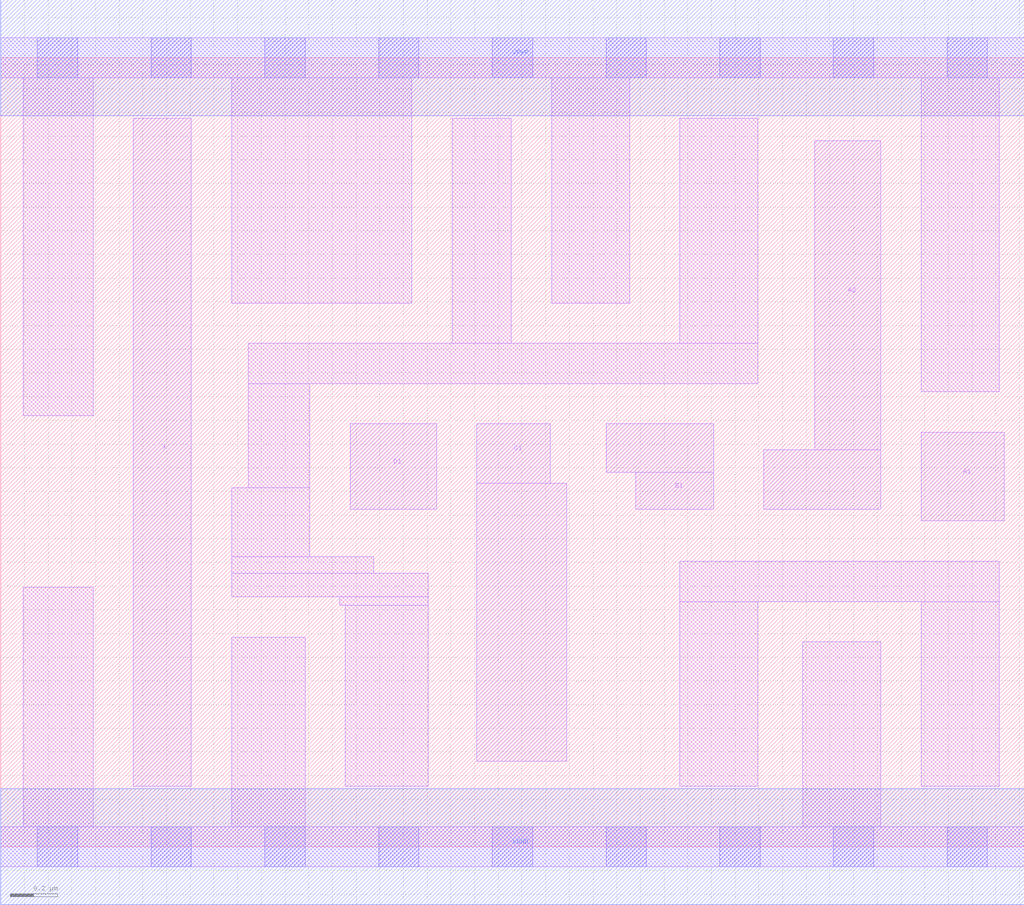
<source format=lef>
# Copyright 2020 The SkyWater PDK Authors
#
# Licensed under the Apache License, Version 2.0 (the "License");
# you may not use this file except in compliance with the License.
# You may obtain a copy of the License at
#
#     https://www.apache.org/licenses/LICENSE-2.0
#
# Unless required by applicable law or agreed to in writing, software
# distributed under the License is distributed on an "AS IS" BASIS,
# WITHOUT WARRANTIES OR CONDITIONS OF ANY KIND, either express or implied.
# See the License for the specific language governing permissions and
# limitations under the License.
#
# SPDX-License-Identifier: Apache-2.0

VERSION 5.7 ;
  NOWIREEXTENSIONATPIN ON ;
  DIVIDERCHAR "/" ;
  BUSBITCHARS "[]" ;
UNITS
  DATABASE MICRONS 200 ;
END UNITS
MACRO sky130_fd_sc_lp__o2111a_2
  CLASS CORE ;
  FOREIGN sky130_fd_sc_lp__o2111a_2 ;
  ORIGIN  0.000000  0.000000 ;
  SIZE  4.320000 BY  3.330000 ;
  SYMMETRY X Y R90 ;
  SITE unit ;
  PIN A1
    ANTENNAGATEAREA  0.315000 ;
    DIRECTION INPUT ;
    USE SIGNAL ;
    PORT
      LAYER li1 ;
        RECT 3.885000 1.375000 4.235000 1.750000 ;
    END
  END A1
  PIN A2
    ANTENNAGATEAREA  0.315000 ;
    DIRECTION INPUT ;
    USE SIGNAL ;
    PORT
      LAYER li1 ;
        RECT 3.220000 1.425000 3.715000 1.675000 ;
        RECT 3.435000 1.675000 3.715000 2.980000 ;
    END
  END A2
  PIN B1
    ANTENNAGATEAREA  0.315000 ;
    DIRECTION INPUT ;
    USE SIGNAL ;
    PORT
      LAYER li1 ;
        RECT 2.555000 1.580000 3.010000 1.785000 ;
        RECT 2.680000 1.425000 3.010000 1.580000 ;
    END
  END B1
  PIN C1
    ANTENNAGATEAREA  0.315000 ;
    DIRECTION INPUT ;
    USE SIGNAL ;
    PORT
      LAYER li1 ;
        RECT 2.010000 0.360000 2.390000 1.535000 ;
        RECT 2.010000 1.535000 2.320000 1.785000 ;
    END
  END C1
  PIN D1
    ANTENNAGATEAREA  0.315000 ;
    DIRECTION INPUT ;
    USE SIGNAL ;
    PORT
      LAYER li1 ;
        RECT 1.475000 1.425000 1.840000 1.785000 ;
    END
  END D1
  PIN X
    ANTENNADIFFAREA  0.588000 ;
    DIRECTION OUTPUT ;
    USE SIGNAL ;
    PORT
      LAYER li1 ;
        RECT 0.560000 0.255000 0.805000 3.075000 ;
    END
  END X
  PIN VGND
    DIRECTION INOUT ;
    USE GROUND ;
    PORT
      LAYER met1 ;
        RECT 0.000000 -0.245000 4.320000 0.245000 ;
    END
  END VGND
  PIN VPWR
    DIRECTION INOUT ;
    USE POWER ;
    PORT
      LAYER met1 ;
        RECT 0.000000 3.085000 4.320000 3.575000 ;
    END
  END VPWR
  OBS
    LAYER li1 ;
      RECT 0.000000 -0.085000 4.320000 0.085000 ;
      RECT 0.000000  3.245000 4.320000 3.415000 ;
      RECT 0.095000  0.085000 0.390000 1.095000 ;
      RECT 0.095000  1.820000 0.390000 3.245000 ;
      RECT 0.975000  0.085000 1.285000 0.885000 ;
      RECT 0.975000  1.055000 1.805000 1.155000 ;
      RECT 0.975000  1.155000 1.575000 1.225000 ;
      RECT 0.975000  1.225000 1.305000 1.515000 ;
      RECT 0.975000  2.295000 1.735000 3.245000 ;
      RECT 1.045000  1.515000 1.305000 1.955000 ;
      RECT 1.045000  1.955000 3.195000 2.125000 ;
      RECT 1.430000  1.020000 1.805000 1.055000 ;
      RECT 1.455000  0.255000 1.805000 1.020000 ;
      RECT 1.905000  2.125000 2.155000 3.075000 ;
      RECT 2.325000  2.295000 2.655000 3.245000 ;
      RECT 2.865000  0.255000 3.195000 1.035000 ;
      RECT 2.865000  1.035000 4.215000 1.205000 ;
      RECT 2.865000  2.125000 3.195000 3.075000 ;
      RECT 3.385000  0.085000 3.715000 0.865000 ;
      RECT 3.885000  0.255000 4.215000 1.035000 ;
      RECT 3.885000  1.920000 4.215000 3.245000 ;
    LAYER mcon ;
      RECT 0.155000 -0.085000 0.325000 0.085000 ;
      RECT 0.155000  3.245000 0.325000 3.415000 ;
      RECT 0.635000 -0.085000 0.805000 0.085000 ;
      RECT 0.635000  3.245000 0.805000 3.415000 ;
      RECT 1.115000 -0.085000 1.285000 0.085000 ;
      RECT 1.115000  3.245000 1.285000 3.415000 ;
      RECT 1.595000 -0.085000 1.765000 0.085000 ;
      RECT 1.595000  3.245000 1.765000 3.415000 ;
      RECT 2.075000 -0.085000 2.245000 0.085000 ;
      RECT 2.075000  3.245000 2.245000 3.415000 ;
      RECT 2.555000 -0.085000 2.725000 0.085000 ;
      RECT 2.555000  3.245000 2.725000 3.415000 ;
      RECT 3.035000 -0.085000 3.205000 0.085000 ;
      RECT 3.035000  3.245000 3.205000 3.415000 ;
      RECT 3.515000 -0.085000 3.685000 0.085000 ;
      RECT 3.515000  3.245000 3.685000 3.415000 ;
      RECT 3.995000 -0.085000 4.165000 0.085000 ;
      RECT 3.995000  3.245000 4.165000 3.415000 ;
  END
END sky130_fd_sc_lp__o2111a_2
END LIBRARY

</source>
